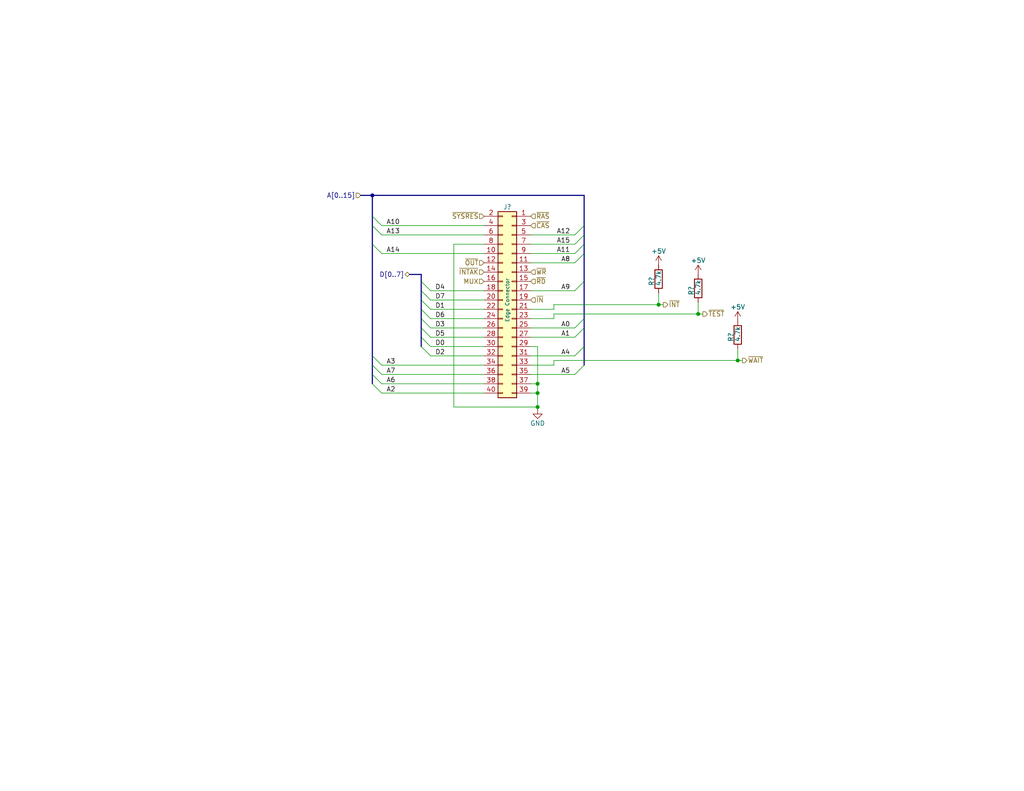
<source format=kicad_sch>
(kicad_sch (version 20230121) (generator eeschema)
  (paper "USLetter")
  (title_block (title "TRS-80 Model I G") (date "2023-10-24") (rev "E1B") (company "RetroStack - Marcel Erz") (comment 2 "Unbuffered system interface with pull-up circuity for inputs") (comment 4 "Card-Edge Interface"))
  (lib_symbols
    (symbol "Connector_Generic:Conn_02x20_Odd_Even" (pin_names (offset 1.016) hide)
      (property "Reference" "J" (at 1.27 25.4 0))
      (property "Value" "Conn_02x20_Odd_Even" (at 1.27 -27.94 0))
      (symbol "Conn_02x20_Odd_Even_1_1"
        (rectangle (start -1.27 -25.273) (end 0 -25.527) (stroke (width 0.1524)))
        (rectangle (start -1.27 -22.733) (end 0 -22.987) (stroke (width 0.1524)))
        (rectangle (start -1.27 -20.193) (end 0 -20.447) (stroke (width 0.1524)))
        (rectangle (start -1.27 -17.653) (end 0 -17.907) (stroke (width 0.1524)))
        (rectangle (start -1.27 -15.113) (end 0 -15.367) (stroke (width 0.1524)))
        (rectangle (start -1.27 -12.573) (end 0 -12.827) (stroke (width 0.1524)))
        (rectangle (start -1.27 -10.033) (end 0 -10.287) (stroke (width 0.1524)))
        (rectangle (start -1.27 -7.493) (end 0 -7.747) (stroke (width 0.1524)))
        (rectangle (start -1.27 -4.953) (end 0 -5.207) (stroke (width 0.1524)))
        (rectangle (start -1.27 -2.413) (end 0 -2.667) (stroke (width 0.1524)))
        (rectangle (start -1.27 0.127) (end 0 -0.127) (stroke (width 0.1524)))
        (rectangle (start -1.27 2.667) (end 0 2.413) (stroke (width 0.1524)))
        (rectangle (start -1.27 5.207) (end 0 4.953) (stroke (width 0.1524)))
        (rectangle (start -1.27 7.747) (end 0 7.493) (stroke (width 0.1524)))
        (rectangle (start -1.27 10.287) (end 0 10.033) (stroke (width 0.1524)))
        (rectangle (start -1.27 12.827) (end 0 12.573) (stroke (width 0.1524)))
        (rectangle (start -1.27 15.367) (end 0 15.113) (stroke (width 0.1524)))
        (rectangle (start -1.27 17.907) (end 0 17.653) (stroke (width 0.1524)))
        (rectangle (start -1.27 20.447) (end 0 20.193) (stroke (width 0.1524)))
        (rectangle (start -1.27 22.987) (end 0 22.733) (stroke (width 0.1524)))
        (rectangle (start -1.27 24.13) (end 3.81 -26.67) (stroke (width 0.254)) (fill (type background)))
        (rectangle (start 3.81 -25.273) (end 2.54 -25.527) (stroke (width 0.1524)))
        (rectangle (start 3.81 -22.733) (end 2.54 -22.987) (stroke (width 0.1524)))
        (rectangle (start 3.81 -20.193) (end 2.54 -20.447) (stroke (width 0.1524)))
        (rectangle (start 3.81 -17.653) (end 2.54 -17.907) (stroke (width 0.1524)))
        (rectangle (start 3.81 -15.113) (end 2.54 -15.367) (stroke (width 0.1524)))
        (rectangle (start 3.81 -12.573) (end 2.54 -12.827) (stroke (width 0.1524)))
        (rectangle (start 3.81 -10.033) (end 2.54 -10.287) (stroke (width 0.1524)))
        (rectangle (start 3.81 -7.493) (end 2.54 -7.747) (stroke (width 0.1524)))
        (rectangle (start 3.81 -4.953) (end 2.54 -5.207) (stroke (width 0.1524)))
        (rectangle (start 3.81 -2.413) (end 2.54 -2.667) (stroke (width 0.1524)))
        (rectangle (start 3.81 0.127) (end 2.54 -0.127) (stroke (width 0.1524)))
        (rectangle (start 3.81 2.667) (end 2.54 2.413) (stroke (width 0.1524)))
        (rectangle (start 3.81 5.207) (end 2.54 4.953) (stroke (width 0.1524)))
        (rectangle (start 3.81 7.747) (end 2.54 7.493) (stroke (width 0.1524)))
        (rectangle (start 3.81 10.287) (end 2.54 10.033) (stroke (width 0.1524)))
        (rectangle (start 3.81 12.827) (end 2.54 12.573) (stroke (width 0.1524)))
        (rectangle (start 3.81 15.367) (end 2.54 15.113) (stroke (width 0.1524)))
        (rectangle (start 3.81 17.907) (end 2.54 17.653) (stroke (width 0.1524)))
        (rectangle (start 3.81 20.447) (end 2.54 20.193) (stroke (width 0.1524)))
        (rectangle (start 3.81 22.987) (end 2.54 22.733) (stroke (width 0.1524)))
        (pin passive line (at -5.08 22.86 0) (length 3.81) (name "Pin_1") (number "1"))
        (pin passive line (at 7.62 12.7 180) (length 3.81) (name "Pin_10") (number "10"))
        (pin passive line (at -5.08 10.16 0) (length 3.81) (name "Pin_11") (number "11"))
        (pin passive line (at 7.62 10.16 180) (length 3.81) (name "Pin_12") (number "12"))
        (pin passive line (at -5.08 7.62 0) (length 3.81) (name "Pin_13") (number "13"))
        (pin passive line (at 7.62 7.62 180) (length 3.81) (name "Pin_14") (number "14"))
        (pin passive line (at -5.08 5.08 0) (length 3.81) (name "Pin_15") (number "15"))
        (pin passive line (at 7.62 5.08 180) (length 3.81) (name "Pin_16") (number "16"))
        (pin passive line (at -5.08 2.54 0) (length 3.81) (name "Pin_17") (number "17"))
        (pin passive line (at 7.62 2.54 180) (length 3.81) (name "Pin_18") (number "18"))
        (pin passive line (at -5.08 0 0) (length 3.81) (name "Pin_19") (number "19"))
        (pin passive line (at 7.62 22.86 180) (length 3.81) (name "Pin_2") (number "2"))
        (pin passive line (at 7.62 0 180) (length 3.81) (name "Pin_20") (number "20"))
        (pin passive line (at -5.08 -2.54 0) (length 3.81) (name "Pin_21") (number "21"))
        (pin passive line (at 7.62 -2.54 180) (length 3.81) (name "Pin_22") (number "22"))
        (pin passive line (at -5.08 -5.08 0) (length 3.81) (name "Pin_23") (number "23"))
        (pin passive line (at 7.62 -5.08 180) (length 3.81) (name "Pin_24") (number "24"))
        (pin passive line (at -5.08 -7.62 0) (length 3.81) (name "Pin_25") (number "25"))
        (pin passive line (at 7.62 -7.62 180) (length 3.81) (name "Pin_26") (number "26"))
        (pin passive line (at -5.08 -10.16 0) (length 3.81) (name "Pin_27") (number "27"))
        (pin passive line (at 7.62 -10.16 180) (length 3.81) (name "Pin_28") (number "28"))
        (pin passive line (at -5.08 -12.7 0) (length 3.81) (name "Pin_29") (number "29"))
        (pin passive line (at -5.08 20.32 0) (length 3.81) (name "Pin_3") (number "3"))
        (pin passive line (at 7.62 -12.7 180) (length 3.81) (name "Pin_30") (number "30"))
        (pin passive line (at -5.08 -15.24 0) (length 3.81) (name "Pin_31") (number "31"))
        (pin passive line (at 7.62 -15.24 180) (length 3.81) (name "Pin_32") (number "32"))
        (pin passive line (at -5.08 -17.78 0) (length 3.81) (name "Pin_33") (number "33"))
        (pin passive line (at 7.62 -17.78 180) (length 3.81) (name "Pin_34") (number "34"))
        (pin passive line (at -5.08 -20.32 0) (length 3.81) (name "Pin_35") (number "35"))
        (pin passive line (at 7.62 -20.32 180) (length 3.81) (name "Pin_36") (number "36"))
        (pin passive line (at -5.08 -22.86 0) (length 3.81) (name "Pin_37") (number "37"))
        (pin passive line (at 7.62 -22.86 180) (length 3.81) (name "Pin_38") (number "38"))
        (pin passive line (at -5.08 -25.4 0) (length 3.81) (name "Pin_39") (number "39"))
        (pin passive line (at 7.62 20.32 180) (length 3.81) (name "Pin_4") (number "4"))
        (pin passive line (at 7.62 -25.4 180) (length 3.81) (name "Pin_40") (number "40"))
        (pin passive line (at -5.08 17.78 0) (length 3.81) (name "Pin_5") (number "5"))
        (pin passive line (at 7.62 17.78 180) (length 3.81) (name "Pin_6") (number "6"))
        (pin passive line (at -5.08 15.24 0) (length 3.81) (name "Pin_7") (number "7"))
        (pin passive line (at 7.62 15.24 180) (length 3.81) (name "Pin_8") (number "8"))
        (pin passive line (at -5.08 12.7 0) (length 3.81) (name "Pin_9") (number "9"))
      )
    )
    (symbol "Device:R" (pin_numbers hide) (pin_names (offset 0))
      (property "Reference" "R" (at 2.032 0 90))
      (property "Value" "R" (at 0 0 90))
      (symbol "R_0_1"
        (rectangle (start -1.016 -2.54) (end 1.016 2.54) (stroke (width 0.254)))
      )
      (symbol "R_1_1"
        (pin passive line (at 0 3.81 270) (length 1.27) (name "~") (number "1"))
        (pin passive line (at 0 -3.81 90) (length 1.27) (name "~") (number "2"))
      )
    )
    (symbol "power:+5V" (power) (pin_names (offset 0))
      (property "Value" "+5V" (at 0 3.556 0))
      (symbol "+5V_0_1"
        (polyline (pts (xy -0.762 1.27) (xy 0 2.54)))
        (polyline (pts (xy 0 0) (xy 0 2.54)))
        (polyline (pts (xy 0 2.54) (xy 0.762 1.27)))
      )
      (symbol "+5V_1_1"
        (pin power_in line (at 0 0 90) (length 0) hide (name "+5V") (number "1"))
      )
    )
    (symbol "power:GND" (power) (pin_names (offset 0))
      (property "Value" "GND" (at 0 -3.81 0))
      (symbol "GND_0_1"
        (polyline (pts (xy 0 0) (xy 0 -1.27) (xy 1.27 -1.27) (xy 0 -2.54) (xy -1.27 -1.27) (xy 0 -1.27)))
      )
      (symbol "GND_1_1"
        (pin power_in line (at 0 0 270) (length 0) hide (name "GND") (number "1"))
      )
    )
  )
  (junction (at 146.685 107.315))
  (junction (at 190.5 85.725))
  (junction (at 101.6 53.34))
  (junction (at 179.705 83.185))
  (junction (at 146.685 104.775))
  (junction (at 201.295 98.425))
  (junction (at 146.685 111.125))
  (bus_entry (at 117.475 89.535) (size -2.54 -2.54))
  (bus_entry (at 156.845 64.135) (size 2.54 -2.54))
  (bus_entry (at 156.845 66.675) (size 2.54 -2.54))
  (bus_entry (at 104.14 107.315) (size -2.54 -2.54))
  (bus_entry (at 104.14 99.695) (size -2.54 -2.54))
  (bus_entry (at 117.475 79.375) (size -2.54 -2.54))
  (bus_entry (at 104.14 69.215) (size -2.54 -2.54))
  (bus_entry (at 156.845 69.215) (size 2.54 -2.54))
  (bus_entry (at 117.475 97.155) (size -2.54 -2.54))
  (bus_entry (at 104.14 61.595) (size -2.54 -2.54))
  (bus_entry (at 117.475 92.075) (size -2.54 -2.54))
  (bus_entry (at 156.845 102.235) (size 2.54 -2.54))
  (bus_entry (at 104.14 64.135) (size -2.54 -2.54))
  (bus_entry (at 156.845 79.375) (size 2.54 -2.54))
  (bus_entry (at 104.14 104.775) (size -2.54 -2.54))
  (bus_entry (at 156.845 89.535) (size 2.54 -2.54))
  (bus_entry (at 117.475 86.995) (size -2.54 -2.54))
  (bus_entry (at 156.845 71.755) (size 2.54 -2.54))
  (bus_entry (at 104.14 102.235) (size -2.54 -2.54))
  (bus_entry (at 117.475 84.455) (size -2.54 -2.54))
  (bus_entry (at 117.475 94.615) (size -2.54 -2.54))
  (bus_entry (at 156.845 92.075) (size 2.54 -2.54))
  (bus_entry (at 156.845 97.155) (size 2.54 -2.54))
  (bus_entry (at 117.475 81.915) (size -2.54 -2.54))
  (wire (pts (xy 117.475 81.915) (xy 132.08 81.915)))
  (bus (pts (xy 114.935 86.995) (xy 114.935 89.535)))
  (wire (pts (xy 179.705 83.185) (xy 180.975 83.185)))
  (bus (pts (xy 159.385 69.215) (xy 159.385 76.835)))
  (wire (pts (xy 146.685 94.615) (xy 146.685 104.775)))
  (wire (pts (xy 151.13 99.695) (xy 151.13 98.425)))
  (bus (pts (xy 159.385 53.34) (xy 159.385 61.595)))
  (wire (pts (xy 151.13 98.425) (xy 201.295 98.425)))
  (wire (pts (xy 144.78 79.375) (xy 156.845 79.375)))
  (bus (pts (xy 111.76 74.93) (xy 114.935 74.93)))
  (wire (pts (xy 104.14 102.235) (xy 132.08 102.235)))
  (wire (pts (xy 117.475 97.155) (xy 132.08 97.155)))
  (wire (pts (xy 104.14 104.775) (xy 132.08 104.775)))
  (wire (pts (xy 104.14 107.315) (xy 132.08 107.315)))
  (bus (pts (xy 159.385 86.995) (xy 159.385 89.535)))
  (wire (pts (xy 144.78 97.155) (xy 156.845 97.155)))
  (bus (pts (xy 114.935 89.535) (xy 114.935 92.075)))
  (wire (pts (xy 146.685 111.125) (xy 146.685 111.76)))
  (bus (pts (xy 101.6 66.675) (xy 101.6 97.155)))
  (bus (pts (xy 114.935 79.375) (xy 114.935 81.915)))
  (wire (pts (xy 144.78 102.235) (xy 156.845 102.235)))
  (bus (pts (xy 114.935 92.075) (xy 114.935 94.615)))
  (bus (pts (xy 101.6 99.695) (xy 101.6 102.235)))
  (wire (pts (xy 151.13 83.185) (xy 151.13 84.455)))
  (wire (pts (xy 146.685 111.125) (xy 123.825 111.125)))
  (wire (pts (xy 144.78 69.215) (xy 156.845 69.215)))
  (wire (pts (xy 179.705 83.185) (xy 179.705 80.01)))
  (bus (pts (xy 101.6 102.235) (xy 101.6 104.775)))
  (wire (pts (xy 144.78 99.695) (xy 151.13 99.695)))
  (wire (pts (xy 144.78 71.755) (xy 156.845 71.755)))
  (wire (pts (xy 144.78 104.775) (xy 146.685 104.775)))
  (wire (pts (xy 190.5 85.725) (xy 190.5 82.55)))
  (wire (pts (xy 144.78 64.135) (xy 156.845 64.135)))
  (wire (pts (xy 117.475 92.075) (xy 132.08 92.075)))
  (wire (pts (xy 151.13 83.185) (xy 179.705 83.185)))
  (wire (pts (xy 190.5 85.725) (xy 191.77 85.725)))
  (wire (pts (xy 104.14 64.135) (xy 132.08 64.135)))
  (bus (pts (xy 114.935 76.835) (xy 114.935 79.375)))
  (bus (pts (xy 159.385 89.535) (xy 159.385 94.615)))
  (wire (pts (xy 144.78 66.675) (xy 156.845 66.675)))
  (bus (pts (xy 101.6 53.34) (xy 101.6 59.055)))
  (wire (pts (xy 201.295 98.425) (xy 201.295 95.25)))
  (wire (pts (xy 146.685 104.775) (xy 146.685 107.315)))
  (bus (pts (xy 159.385 94.615) (xy 159.385 99.695)))
  (bus (pts (xy 114.935 74.93) (xy 114.935 76.835)))
  (wire (pts (xy 104.14 99.695) (xy 132.08 99.695)))
  (bus (pts (xy 98.425 53.34) (xy 101.6 53.34)))
  (bus (pts (xy 114.935 81.915) (xy 114.935 84.455)))
  (wire (pts (xy 117.475 84.455) (xy 132.08 84.455)))
  (bus (pts (xy 159.385 53.34) (xy 101.6 53.34)))
  (wire (pts (xy 151.13 85.725) (xy 190.5 85.725)))
  (wire (pts (xy 144.78 107.315) (xy 146.685 107.315)))
  (bus (pts (xy 101.6 61.595) (xy 101.6 66.675)))
  (bus (pts (xy 101.6 97.155) (xy 101.6 99.695)))
  (bus (pts (xy 101.6 59.055) (xy 101.6 61.595)))
  (wire (pts (xy 104.14 69.215) (xy 132.08 69.215)))
  (wire (pts (xy 144.78 94.615) (xy 146.685 94.615)))
  (wire (pts (xy 144.78 89.535) (xy 156.845 89.535)))
  (wire (pts (xy 146.685 107.315) (xy 146.685 111.125)))
  (wire (pts (xy 132.08 66.675) (xy 123.825 66.675)))
  (bus (pts (xy 159.385 64.135) (xy 159.385 66.675)))
  (wire (pts (xy 117.475 94.615) (xy 132.08 94.615)))
  (wire (pts (xy 151.13 86.995) (xy 151.13 85.725)))
  (bus (pts (xy 159.385 61.595) (xy 159.385 64.135)))
  (bus (pts (xy 159.385 66.675) (xy 159.385 69.215)))
  (bus (pts (xy 159.385 76.835) (xy 159.385 86.995)))
  (wire (pts (xy 117.475 86.995) (xy 132.08 86.995)))
  (wire (pts (xy 104.14 61.595) (xy 132.08 61.595)))
  (wire (pts (xy 144.78 92.075) (xy 156.845 92.075)))
  (wire (pts (xy 151.13 84.455) (xy 144.78 84.455)))
  (wire (pts (xy 123.825 66.675) (xy 123.825 111.125)))
  (wire (pts (xy 117.475 89.535) (xy 132.08 89.535)))
  (wire (pts (xy 117.475 79.375) (xy 132.08 79.375)))
  (wire (pts (xy 201.295 98.425) (xy 202.565 98.425)))
  (bus (pts (xy 114.935 84.455) (xy 114.935 86.995)))
  (wire (pts (xy 144.78 86.995) (xy 151.13 86.995)))
  (label "A2" (at 105.41 107.315 0))
  (label "D6" (at 118.745 86.995 0))
  (label "D5" (at 118.745 92.075 0))
  (label "A0" (at 155.575 89.535 180))
  (label "A5" (at 155.575 102.235 180))
  (label "D2" (at 118.745 97.155 0))
  (label "A11" (at 155.575 69.215 180))
  (label "A4" (at 155.575 97.155 180))
  (label "A9" (at 155.575 79.375 180))
  (label "A7" (at 105.41 102.235 0))
  (label "A12" (at 155.575 64.135 180))
  (label "D0" (at 118.745 94.615 0))
  (label "A8" (at 155.575 71.755 180))
  (label "A14" (at 105.41 69.215 0))
  (label "D4" (at 118.745 79.375 0))
  (label "A13" (at 105.41 64.135 0))
  (label "A10" (at 105.41 61.595 0))
  (label "D7" (at 118.745 81.915 0))
  (label "A6" (at 105.41 104.775 0))
  (label "D1" (at 118.745 84.455 0))
  (label "A1" (at 155.575 92.075 180))
  (label "D3" (at 118.745 89.535 0))
  (label "A15" (at 155.575 66.675 180))
  (label "A3" (at 105.41 99.695 0))
  (hierarchical_label "~{TEST}" (shape output) (at 191.77 85.725 0))
  (hierarchical_label "~{WR}" (shape input) (at 144.78 74.295 0))
  (hierarchical_label "~{RD}" (shape input) (at 144.78 76.835 0))
  (hierarchical_label "~{WAIT}" (shape output) (at 202.565 98.425 0))
  (hierarchical_label "A[0..15]" (shape input) (at 98.425 53.34 180))
  (hierarchical_label "~{INT}" (shape output) (at 180.975 83.185 0))
  (hierarchical_label "~{CAS}" (shape input) (at 144.78 61.595 0))
  (hierarchical_label "~{IN}" (shape input) (at 144.78 81.915 0))
  (hierarchical_label "~{OUT}" (shape input) (at 132.08 71.755 180))
  (hierarchical_label "~{RAS}" (shape input) (at 144.78 59.055 0))
  (hierarchical_label "MUX" (shape input) (at 132.08 76.835 180))
  (hierarchical_label "D[0..7]" (shape bidirectional) (at 111.76 74.93 180))
  (hierarchical_label "~{INTAK}" (shape input) (at 132.08 74.295 180))
  (hierarchical_label "~{SYSRES}" (shape input) (at 132.08 59.055 180))
  (symbol (lib_id "power:+5V") (at 190.5 74.93 0) (unit 1)
    (property "Reference" "#PWR?" (effects hide))
    (property "Value" "+5V" (at 190.5 71.12 0))
    (instances (project "TRS80_Model_I_G_E1" (path "" (reference "#PWR?") (unit 1)) (path "" (reference "#PWR07") (unit 1))))
  )
  (symbol (lib_id "Device:R") (at 190.5 78.74 0) (unit 1)
    (property "Reference" "R?" (at 188.595 80.645 90) (effects (justify left)))
    (property "Value" "4.7k" (at 190.5 80.645 90) (effects (justify left)))
    (property "Footprint" "RetroStackLibrary:TRS80_Model_I_R_0.25W" (effects hide))
    (instances (project "TRS80_Model_I_G_E1" (path "" (reference "R?") (unit 1)) (path "" (reference "R58") (unit 1)) (path "" (reference "R58") (unit 1))))
  )
  (symbol (lib_id "power:GND") (at 146.685 111.76 0) (unit 1)
    (property "Reference" "#PWR014" (effects hide))
    (property "Value" "GND" (at 146.685 115.57 0))
    (instances (project "TRS80_Model_I_G_E1" (path "" (reference "#PWR014") (unit 1)) (path "" (reference "#PWR038") (unit 1)) (path "" (reference "#PWR?") (unit 1)) (path "" (reference "#PWR033") (unit 1))))
  )
  (symbol (lib_id "Connector_Generic:Conn_02x20_Odd_Even") (at 139.7 81.915 0) (mirror y) (unit 1)
    (property "Reference" "J?" (at 138.43 56.515 0))
    (property "Value" "Edge Connector" (at 138.43 81.915 90) (effects (font (size 1 1))))
    (property "Footprint" "RetroStackLibrary:TRS80_Model_I_Edge_Connector" (effects hide))
    (instances (project "TRS80_Model_I_G_E1" (path "" (reference "J?") (unit 1)) (path "" (reference "J4") (unit 1))))
  )
  (symbol (lib_id "power:+5V") (at 201.295 87.63 0) (unit 1)
    (property "Reference" "#PWR?" (effects hide))
    (property "Value" "+5V" (at 201.295 83.82 0))
    (instances (project "TRS80_Model_I_G_E1" (path "" (reference "#PWR?") (unit 1)) (path "" (reference "#PWR018") (unit 1))))
  )
  (symbol (lib_id "power:+5V") (at 179.705 72.39 0) (unit 1)
    (property "Reference" "#PWR?" (effects hide))
    (property "Value" "+5V" (at 179.705 68.58 0))
    (instances (project "TRS80_Model_I_G_E1" (path "" (reference "#PWR?") (unit 1)) (path "" (reference "#PWR06") (unit 1))))
  )
  (symbol (lib_id "Device:R") (at 201.295 91.44 0) (unit 1)
    (property "Reference" "R?" (at 199.39 93.345 90) (effects (justify left)))
    (property "Value" "4.7k" (at 201.295 93.345 90) (effects (justify left)))
    (property "Footprint" "RetroStackLibrary:TRS80_Model_I_R_0.25W" (effects hide))
    (instances (project "TRS80_Model_I_G_E1" (path "" (reference "R?") (unit 1)) (path "" (reference "R51") (unit 1)) (path "" (reference "R51") (unit 1))))
  )
  (symbol (lib_id "Device:R") (at 179.705 76.2 0) (unit 1)
    (property "Reference" "R?" (at 177.8 78.105 90) (effects (justify left)))
    (property "Value" "4.7k" (at 179.705 78.105 90) (effects (justify left)))
    (property "Footprint" "RetroStackLibrary:TRS80_Model_I_R_0.25W" (effects hide))
    (instances (project "TRS80_Model_I_G_E1" (path "" (reference "R?") (unit 1)) (path "" (reference "R50") (unit 1)) (path "" (reference "R50") (unit 1))))
  )
)
</source>
